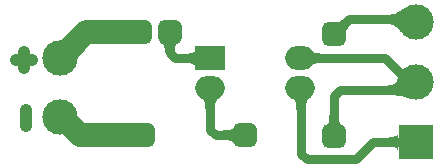
<source format=gbl>
G04*
G04 #@! TF.GenerationSoftware,Altium Limited,Altium Designer,20.1.11 (218)*
G04*
G04 Layer_Physical_Order=2*
G04 Layer_Color=16711680*
%FSLAX44Y44*%
%MOMM*%
G71*
G04*
G04 #@! TF.SameCoordinates,FC608BB4-D288-4DE3-8A55-F4D8440AB891*
G04*
G04*
G04 #@! TF.FilePolarity,Positive*
G04*
G01*
G75*
%ADD10C,0.8000*%
%ADD11C,2.0000*%
%ADD12C,1.0000*%
G04:AMPARAMS|DCode=13|XSize=2mm|YSize=2mm|CornerRadius=0.5mm|HoleSize=0mm|Usage=FLASHONLY|Rotation=180.000|XOffset=0mm|YOffset=0mm|HoleType=Round|Shape=RoundedRectangle|*
%AMROUNDEDRECTD13*
21,1,2.0000,1.0000,0,0,180.0*
21,1,1.0000,2.0000,0,0,180.0*
1,1,1.0000,-0.5000,0.5000*
1,1,1.0000,0.5000,0.5000*
1,1,1.0000,0.5000,-0.5000*
1,1,1.0000,-0.5000,-0.5000*
%
%ADD13ROUNDEDRECTD13*%
G04:AMPARAMS|DCode=14|XSize=2mm|YSize=2mm|CornerRadius=0.5mm|HoleSize=0mm|Usage=FLASHONLY|Rotation=90.000|XOffset=0mm|YOffset=0mm|HoleType=Round|Shape=RoundedRectangle|*
%AMROUNDEDRECTD14*
21,1,2.0000,1.0000,0,0,90.0*
21,1,1.0000,2.0000,0,0,90.0*
1,1,1.0000,0.5000,0.5000*
1,1,1.0000,0.5000,-0.5000*
1,1,1.0000,-0.5000,-0.5000*
1,1,1.0000,-0.5000,0.5000*
%
%ADD14ROUNDEDRECTD14*%
%ADD15O,2.5000X2.0000*%
%ADD16R,2.5000X2.0000*%
%ADD17C,3.0000*%
%ADD18R,3.0000X3.0000*%
G36*
X292648Y132172D02*
X291314Y130809D01*
X288334Y127400D01*
X287682Y126490D01*
X287201Y125693D01*
X286890Y125010D01*
X286750Y124441D01*
X286780Y123984D01*
X286982Y123641D01*
X278461Y132162D01*
X278804Y131961D01*
X279260Y131930D01*
X279830Y132071D01*
X280513Y132381D01*
X281309Y132863D01*
X282219Y133515D01*
X283242Y134337D01*
X285628Y136494D01*
X286991Y137829D01*
X292648Y132172D01*
D02*
G37*
G36*
X333863Y123985D02*
X332829Y125318D01*
X331763Y126510D01*
X330665Y127563D01*
X329537Y128475D01*
X328377Y129246D01*
X327186Y129878D01*
X325963Y130369D01*
X324710Y130719D01*
X323424Y130930D01*
X322108Y131000D01*
X323341Y139000D01*
X324557Y139058D01*
X325805Y139230D01*
X327086Y139518D01*
X328398Y139921D01*
X329742Y140439D01*
X331118Y141073D01*
X332527Y141821D01*
X335439Y143664D01*
X336944Y144757D01*
X333863Y123985D01*
D02*
G37*
G36*
X144365Y114524D02*
X143806Y114286D01*
X143312Y113890D01*
X142884Y113336D01*
X142522Y112624D01*
X142226Y111753D01*
X141996Y110724D01*
X141832Y109536D01*
X141733Y108190D01*
X141700Y106686D01*
X133700D01*
X133667Y108190D01*
X133404Y110724D01*
X133174Y111753D01*
X132878Y112624D01*
X132516Y113336D01*
X132088Y113890D01*
X131594Y114286D01*
X131035Y114524D01*
X130410Y114603D01*
X144990D01*
X144365Y114524D01*
D02*
G37*
G36*
X66340Y109349D02*
X59999Y102300D01*
X45150Y117149D01*
X45346Y117212D01*
X45656Y117401D01*
X46078Y117717D01*
X47262Y118731D01*
X50985Y122285D01*
X52198Y123491D01*
X66340Y109349D01*
D02*
G37*
G36*
X256760Y109221D02*
X257097Y108545D01*
X257658Y107948D01*
X258443Y107431D01*
X259452Y106994D01*
X260686Y106636D01*
X262145Y106358D01*
X263828Y106159D01*
X265735Y106040D01*
X267866Y106000D01*
Y98000D01*
X265735Y97960D01*
X262145Y97642D01*
X260686Y97364D01*
X259452Y97006D01*
X258443Y96568D01*
X257658Y96051D01*
X257097Y95455D01*
X256760Y94779D01*
X256648Y94023D01*
Y109976D01*
X256760Y109221D01*
D02*
G37*
G36*
X159561Y94000D02*
X159481Y94760D01*
X159240Y95440D01*
X158838Y96040D01*
X158276Y96560D01*
X157554Y97000D01*
X156670Y97360D01*
X155626Y97640D01*
X154422Y97840D01*
X153056Y97960D01*
X151531Y98000D01*
Y106000D01*
X153056Y106040D01*
X154422Y106160D01*
X155626Y106360D01*
X156670Y106640D01*
X157554Y107000D01*
X158276Y107440D01*
X158838Y107960D01*
X159240Y108560D01*
X159481Y109240D01*
X159561Y110000D01*
Y94000D01*
D02*
G37*
G36*
X340988Y67862D02*
X339222Y68458D01*
X333978Y69870D01*
X332248Y70216D01*
X327112Y70875D01*
X325418Y70969D01*
X323733Y71000D01*
X322303Y79000D01*
X323683Y79073D01*
X324963Y79292D01*
X326144Y79656D01*
X327226Y80166D01*
X328208Y80822D01*
X329091Y81623D01*
X329874Y82571D01*
X330557Y83664D01*
X331141Y84903D01*
X331626Y86288D01*
X340988Y67862D01*
D02*
G37*
G36*
X179228Y68167D02*
X178551Y67881D01*
X177953Y67404D01*
X177435Y66737D01*
X176997Y65879D01*
X176638Y64830D01*
X176359Y63591D01*
X176160Y62161D01*
X176040Y60541D01*
X176000Y58730D01*
X168000D01*
X167960Y60541D01*
X167641Y63591D01*
X167362Y64830D01*
X167004Y65879D01*
X166565Y66737D01*
X166047Y67404D01*
X165449Y67881D01*
X164772Y68167D01*
X164014Y68262D01*
X179986D01*
X179228Y68167D01*
D02*
G37*
G36*
X256224Y68749D02*
X255548Y68411D01*
X254951Y67884D01*
X254433Y67167D01*
X253995Y66260D01*
X253637Y65163D01*
X253358Y63877D01*
X253159Y62401D01*
X253040Y60735D01*
X253000Y58879D01*
X245000Y58651D01*
X244960Y60444D01*
X244841Y62042D01*
X244641Y63446D01*
X244362Y64656D01*
X244004Y65671D01*
X243565Y66493D01*
X243047Y67119D01*
X242449Y67552D01*
X241772Y67790D01*
X241014Y67835D01*
X256981Y68896D01*
X256224Y68749D01*
D02*
G37*
G36*
X281040Y52108D02*
X281159Y50566D01*
X281358Y49204D01*
X281637Y48025D01*
X281995Y47027D01*
X282433Y46210D01*
X282951Y45575D01*
X283548Y45121D01*
X284225Y44849D01*
X284981Y44758D01*
X269018D01*
X269775Y44849D01*
X270452Y45121D01*
X271049Y45575D01*
X271566Y46210D01*
X272004Y47027D01*
X272363Y48025D01*
X272641Y49204D01*
X272840Y50566D01*
X272960Y52108D01*
X273000Y53833D01*
X281000D01*
X281040Y52108D01*
D02*
G37*
G36*
X192242Y29019D02*
X192152Y29775D01*
X191879Y30452D01*
X191426Y31049D01*
X190791Y31567D01*
X189974Y32005D01*
X188976Y32363D01*
X187796Y32642D01*
X186435Y32841D01*
X184892Y32960D01*
X183168Y33000D01*
Y41000D01*
X184892Y41040D01*
X186435Y41159D01*
X187796Y41358D01*
X188976Y41637D01*
X189974Y41996D01*
X190791Y42434D01*
X191426Y42951D01*
X191879Y43548D01*
X192152Y44225D01*
X192242Y44982D01*
Y29019D01*
D02*
G37*
G36*
X331061Y23200D02*
X330980Y23960D01*
X330740Y24640D01*
X330338Y25240D01*
X329776Y25760D01*
X329053Y26200D01*
X328170Y26560D01*
X327126Y26840D01*
X325921Y27040D01*
X324556Y27160D01*
X323030Y27200D01*
Y35200D01*
X324556Y35240D01*
X325921Y35360D01*
X327126Y35560D01*
X328170Y35840D01*
X329053Y36200D01*
X329776Y36640D01*
X330338Y37160D01*
X330740Y37760D01*
X330980Y38440D01*
X331061Y39200D01*
Y23200D01*
D02*
G37*
D10*
X277000Y122180D02*
X289820Y135000D01*
X343800D02*
X346000Y132800D01*
X289820Y135000D02*
X343800D01*
X248200Y102000D02*
X320047D01*
X331931Y90115D02*
X340047Y82000D01*
X346000D01*
X331931Y90115D02*
X331931D01*
X320047Y102000D02*
X331931Y90115D01*
X281686Y75000D02*
X333047D01*
X277000Y35820D02*
Y70314D01*
X333047Y75000D02*
X340047Y82000D01*
X277000Y70314D02*
X281686Y75000D01*
X253686Y16510D02*
X295510D01*
X310200Y31200D02*
X346000D01*
X295510Y16510D02*
X310200Y31200D01*
X249000Y21196D02*
Y75800D01*
Y21196D02*
X253686Y16510D01*
X248200Y76600D02*
X249000Y75800D01*
X176686Y37000D02*
X201180D01*
X172000Y41687D02*
X176686Y37000D01*
X172000Y41687D02*
Y76600D01*
X142386Y102000D02*
X172000D01*
X137700Y106686D02*
X142386Y102000D01*
X137700Y106686D02*
Y124000D01*
D11*
X45000Y102150D02*
X66849Y124000D01*
X112300D02*
X112300Y124000D01*
X66849Y124000D02*
X112300D01*
X45000Y52150D02*
X46565D01*
X61715Y37000D01*
X114820D01*
D12*
X16000Y45000D02*
Y58329D01*
X14664Y94000D02*
Y107329D01*
X8000Y100665D02*
X21329D01*
D13*
X137700Y124000D02*
D03*
X112300D02*
D03*
X201180Y37000D02*
D03*
X114820D02*
D03*
D14*
X277000Y122180D02*
D03*
Y35820D02*
D03*
D15*
X248200Y102000D02*
D03*
Y76600D02*
D03*
X172000D02*
D03*
D16*
Y102000D02*
D03*
D17*
X346000Y132800D02*
D03*
Y82000D02*
D03*
X45000Y52150D02*
D03*
Y102150D02*
D03*
D18*
X346000Y31200D02*
D03*
M02*

</source>
